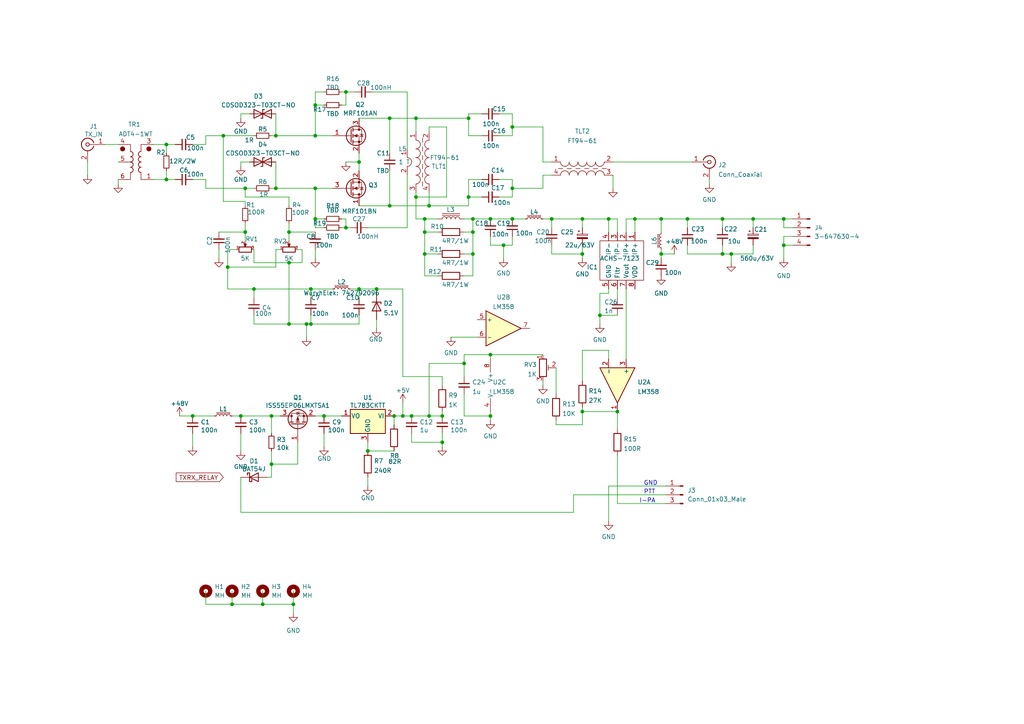
<source format=kicad_sch>
(kicad_sch (version 20231120) (generator "eeschema") (generator_version "8.0")
  (paper "A4")
  (title_block (title "MUNIN 100 HF PA") (date "2022-01-26") (rev "0") (company "LA2NI") (comment 1 "Eng:Kjell Karlsen"))
  (junction (at 85.09 175.26))
  (junction (at 184.15 63.5))
  (junction (at 113.03 34.29))
  (junction (at 104.14 83.82))
  (junction (at 91.44 54.61))
  (junction (at 137.16 73.66))
  (junction (at 48.26 41.91))
  (junction (at 142.24 63.5))
  (junction (at 78.74 134.62))
  (junction (at 88.9 93.98))
  (junction (at 168.91 73.66))
  (junction (at 67.31 175.26))
  (junction (at 83.82 93.98))
  (junction (at 113.03 59.69))
  (junction (at 124.46 59.69))
  (junction (at 148.59 63.5))
  (junction (at 83.82 76.2))
  (junction (at 218.44 63.5))
  (junction (at 137.16 67.31))
  (junction (at 83.82 67.31))
  (junction (at 168.91 119.38))
  (junction (at 78.74 120.65))
  (junction (at 128.27 128.27))
  (junction (at 199.39 63.5))
  (junction (at 91.44 30.48))
  (junction (at 76.2 175.26))
  (junction (at 100.33 26.67))
  (junction (at 123.19 67.31))
  (junction (at 48.26 52.07))
  (junction (at 91.44 39.37))
  (junction (at 124.46 120.65))
  (junction (at 90.17 83.82))
  (junction (at 148.59 54.61))
  (junction (at 212.09 73.66))
  (junction (at 134.62 105.41))
  (junction (at 120.65 57.15))
  (junction (at 100.33 66.04))
  (junction (at 69.85 120.65))
  (junction (at 160.02 63.5))
  (junction (at 120.65 34.29))
  (junction (at 119.38 120.65))
  (junction (at 209.55 73.66))
  (junction (at 227.33 71.12))
  (junction (at 227.33 63.5))
  (junction (at 142.24 120.65))
  (junction (at 73.66 83.82))
  (junction (at 71.12 54.61))
  (junction (at 80.01 39.37))
  (junction (at 66.04 77.47))
  (junction (at 114.3 120.65))
  (junction (at 123.19 73.66))
  (junction (at 123.19 63.5))
  (junction (at 173.99 91.44))
  (junction (at 168.91 63.5))
  (junction (at 104.14 46.99))
  (junction (at 106.68 130.81))
  (junction (at 137.16 63.5))
  (junction (at 93.98 120.65))
  (junction (at 55.88 120.65))
  (junction (at 148.59 36.83))
  (junction (at 191.77 73.66))
  (junction (at 90.17 93.98))
  (junction (at 135.89 57.15))
  (junction (at 64.77 39.37))
  (junction (at 179.07 119.38))
  (junction (at 209.55 63.5))
  (junction (at 176.53 63.5))
  (junction (at 91.44 63.5))
  (junction (at 80.01 54.61))
  (junction (at 135.89 34.29))
  (junction (at 128.27 120.65))
  (junction (at 109.22 83.82))
  (junction (at 191.77 63.5))
  (junction (at 142.24 102.87))
  (junction (at 146.05 71.12))
  (junction (at 71.12 67.31))
  (junction (at 116.84 120.65))
  (wire (pts (xy 119.38 125.73) (xy 119.38 128.27)))
  (wire (pts (xy 128.27 111.76) (xy 128.27 109.22)))
  (wire (pts (xy 48.26 41.91) (xy 48.26 44.45)))
  (wire (pts (xy 25.4 46.99) (xy 25.4 50.8)))
  (wire (pts (xy 80.01 77.47) (xy 80.01 72.39)))
  (wire (pts (xy 59.69 175.26) (xy 67.31 175.26)))
  (wire (pts (xy 160.02 66.04) (xy 160.02 63.5)))
  (wire (pts (xy 139.7 57.15) (xy 135.89 57.15)))
  (wire (pts (xy 78.74 120.65) (xy 81.28 120.65)))
  (wire (pts (xy 91.44 72.39) (xy 91.44 74.93)))
  (wire (pts (xy 124.46 120.65) (xy 124.46 105.41)))
  (wire (pts (xy 229.87 68.58) (xy 227.33 68.58)))
  (wire (pts (xy 124.46 38.1) (xy 124.46 36.83)))
  (wire (pts (xy 48.26 49.53) (xy 48.26 52.07)))
  (wire (pts (xy 85.09 175.26) (xy 85.09 177.8)))
  (wire (pts (xy 148.59 54.61) (xy 148.59 57.15)))
  (wire (pts (xy 179.07 119.38) (xy 179.07 124.46)))
  (wire (pts (xy 71.12 59.69) (xy 71.12 58.42)))
  (wire (pts (xy 209.55 63.5) (xy 218.44 63.5)))
  (wire (pts (xy 161.29 106.68) (xy 161.29 114.3)))
  (wire (pts (xy 157.48 63.5) (xy 160.02 63.5)))
  (wire (pts (xy 218.44 73.66) (xy 218.44 71.12)))
  (wire (pts (xy 85.09 171.45) (xy 85.09 175.26)))
  (wire (pts (xy 104.14 44.45) (xy 104.14 46.99)))
  (wire (pts (xy 99.06 30.48) (xy 100.33 30.48)))
  (wire (pts (xy 59.69 41.91) (xy 59.69 39.37)))
  (wire (pts (xy 137.16 73.66) (xy 137.16 80.01)))
  (wire (pts (xy 120.65 57.15) (xy 129.54 57.15)))
  (wire (pts (xy 69.85 33.02) (xy 72.39 33.02)))
  (wire (pts (xy 173.99 91.44) (xy 179.07 91.44)))
  (wire (pts (xy 90.17 83.82) (xy 96.52 83.82)))
  (wire (pts (xy 191.77 73.66) (xy 195.58 73.66)))
  (wire (pts (xy 80.01 72.39) (xy 81.28 72.39)))
  (wire (pts (xy 91.44 30.48) (xy 91.44 39.37)))
  (wire (pts (xy 212.09 73.66) (xy 218.44 73.66)))
  (wire (pts (xy 176.53 63.5) (xy 179.07 63.5)))
  (wire (pts (xy 142.24 119.38) (xy 142.24 120.65)))
  (wire (pts (xy 91.44 39.37) (xy 96.52 39.37)))
  (wire (pts (xy 67.31 171.45) (xy 67.31 175.26)))
  (wire (pts (xy 160.02 71.12) (xy 160.02 73.66)))
  (wire (pts (xy 157.48 102.87) (xy 142.24 102.87)))
  (wire (pts (xy 55.88 120.65) (xy 62.23 120.65)))
  (wire (pts (xy 91.44 54.61) (xy 91.44 63.5)))
  (wire (pts (xy 177.8 46.99) (xy 200.66 46.99)))
  (wire (pts (xy 80.01 54.61) (xy 91.44 54.61)))
  (wire (pts (xy 123.19 63.5) (xy 123.19 67.31)))
  (wire (pts (xy 184.15 63.5) (xy 191.77 63.5)))
  (wire (pts (xy 59.69 52.07) (xy 59.69 54.61)))
  (wire (pts (xy 134.62 114.3) (xy 134.62 120.65)))
  (wire (pts (xy 55.88 125.73) (xy 55.88 129.54)))
  (wire (pts (xy 116.84 109.22) (xy 116.84 83.82)))
  (wire (pts (xy 209.55 73.66) (xy 212.09 73.66)))
  (wire (pts (xy 59.69 171.45) (xy 59.69 175.26)))
  (wire (pts (xy 106.68 138.43) (xy 106.68 140.97)))
  (wire (pts (xy 114.3 120.65) (xy 116.84 120.65)))
  (wire (pts (xy 88.9 93.98) (xy 88.9 97.79)))
  (wire (pts (xy 91.44 63.5) (xy 93.98 63.5)))
  (wire (pts (xy 134.62 67.31) (xy 137.16 67.31)))
  (wire (pts (xy 86.36 72.39) (xy 87.63 72.39)))
  (wire (pts (xy 123.19 67.31) (xy 123.19 73.66)))
  (wire (pts (xy 73.66 83.82) (xy 90.17 83.82)))
  (wire (pts (xy 86.36 128.27) (xy 86.36 134.62)))
  (wire (pts (xy 128.27 125.73) (xy 128.27 128.27)))
  (wire (pts (xy 120.65 34.29) (xy 120.65 38.1)))
  (wire (pts (xy 137.16 63.5) (xy 137.16 67.31)))
  (wire (pts (xy 104.14 83.82) (xy 101.6 83.82)))
  (wire (pts (xy 69.85 138.43) (xy 69.85 148.59)))
  (wire (pts (xy 120.65 63.5) (xy 123.19 63.5)))
  (wire (pts (xy 104.14 91.44) (xy 104.14 93.98)))
  (wire (pts (xy 160.02 46.99) (xy 157.48 46.99)))
  (wire (pts (xy 119.38 128.27) (xy 128.27 128.27)))
  (wire (pts (xy 144.78 52.07) (xy 148.59 52.07)))
  (wire (pts (xy 161.29 121.92) (xy 161.29 123.19)))
  (wire (pts (xy 129.54 36.83) (xy 129.54 57.15)))
  (wire (pts (xy 148.59 54.61) (xy 157.48 54.61)))
  (wire (pts (xy 134.62 102.87) (xy 142.24 102.87)))
  (wire (pts (xy 179.07 146.05) (xy 193.04 146.05)))
  (wire (pts (xy 109.22 85.09) (xy 109.22 83.82)))
  (wire (pts (xy 93.98 66.04) (xy 91.44 66.04)))
  (wire (pts (xy 83.82 67.31) (xy 83.82 69.85)))
  (wire (pts (xy 212.09 73.66) (xy 212.09 76.2)))
  (wire (pts (xy 104.14 46.99) (xy 104.14 49.53)))
  (wire (pts (xy 176.53 101.6) (xy 176.53 104.14)))
  (wire (pts (xy 229.87 66.04) (xy 227.33 66.04)))
  (wire (pts (xy 142.24 68.58) (xy 142.24 71.12)))
  (wire (pts (xy 124.46 55.88) (xy 124.46 59.69)))
  (wire (pts (xy 184.15 63.5) (xy 184.15 67.31)))
  (wire (pts (xy 176.53 63.5) (xy 176.53 67.31)))
  (wire (pts (xy 127 80.01) (xy 123.19 80.01)))
  (wire (pts (xy 199.39 63.5) (xy 209.55 63.5)))
  (wire (pts (xy 71.12 67.31) (xy 71.12 69.85)))
  (wire (pts (xy 113.03 59.69) (xy 124.46 59.69)))
  (wire (pts (xy 100.33 26.67) (xy 102.87 26.67)))
  (wire (pts (xy 109.22 83.82) (xy 116.84 83.82)))
  (wire (pts (xy 71.12 54.61) (xy 71.12 57.15)))
  (wire (pts (xy 78.74 138.43) (xy 77.47 138.43)))
  (wire (pts (xy 179.07 83.82) (xy 179.07 86.36)))
  (wire (pts (xy 100.33 46.99) (xy 104.14 46.99)))
  (wire (pts (xy 66.04 72.39) (xy 66.04 77.47)))
  (wire (pts (xy 134.62 109.22) (xy 134.62 105.41)))
  (wire (pts (xy 100.33 66.04) (xy 101.6 66.04)))
  (wire (pts (xy 106.68 128.27) (xy 106.68 130.81)))
  (wire (pts (xy 91.44 63.5) (xy 91.44 66.04)))
  (wire (pts (xy 134.62 73.66) (xy 137.16 73.66)))
  (wire (pts (xy 83.82 67.31) (xy 91.44 67.31)))
  (wire (pts (xy 80.01 46.99) (xy 80.01 54.61)))
  (wire (pts (xy 69.85 125.73) (xy 69.85 130.81)))
  (wire (pts (xy 73.66 93.98) (xy 83.82 93.98)))
  (wire (pts (xy 55.88 52.07) (xy 59.69 52.07)))
  (wire (pts (xy 173.99 85.09) (xy 176.53 85.09)))
  (wire (pts (xy 179.07 132.08) (xy 179.07 146.05)))
  (wire (pts (xy 48.26 52.07) (xy 50.8 52.07)))
  (wire (pts (xy 73.66 83.82) (xy 73.66 86.36)))
  (wire (pts (xy 78.74 54.61) (xy 80.01 54.61)))
  (wire (pts (xy 66.04 77.47) (xy 66.04 83.82)))
  (wire (pts (xy 146.05 71.12) (xy 148.59 71.12)))
  (wire (pts (xy 78.74 120.65) (xy 78.74 125.73)))
  (wire (pts (xy 157.48 46.99) (xy 157.48 36.83)))
  (wire (pts (xy 168.91 119.38) (xy 168.91 118.11)))
  (wire (pts (xy 168.91 119.38) (xy 168.91 123.19)))
  (wire (pts (xy 52.07 120.65) (xy 55.88 120.65)))
  (wire (pts (xy 209.55 71.12) (xy 209.55 73.66)))
  (wire (pts (xy 148.59 52.07) (xy 148.59 54.61)))
  (wire (pts (xy 135.89 33.02) (xy 139.7 33.02)))
  (wire (pts (xy 63.5 67.31) (xy 71.12 67.31)))
  (wire (pts (xy 176.53 151.13) (xy 176.53 140.97)))
  (wire (pts (xy 168.91 71.12) (xy 168.91 73.66)))
  (wire (pts (xy 91.44 30.48) (xy 93.98 30.48)))
  (wire (pts (xy 120.65 57.15) (xy 120.65 63.5)))
  (wire (pts (xy 78.74 130.81) (xy 78.74 134.62)))
  (wire (pts (xy 99.06 26.67) (xy 100.33 26.67)))
  (wire (pts (xy 227.33 63.5) (xy 227.33 66.04)))
  (wire (pts (xy 205.74 52.07) (xy 205.74 53.34)))
  (wire (pts (xy 130.81 97.79) (xy 138.43 97.79)))
  (wire (pts (xy 69.85 34.29) (xy 69.85 33.02)))
  (wire (pts (xy 123.19 73.66) (xy 127 73.66)))
  (wire (pts (xy 137.16 67.31) (xy 137.16 73.66)))
  (wire (pts (xy 91.44 26.67) (xy 91.44 30.48)))
  (wire (pts (xy 191.77 63.5) (xy 199.39 63.5)))
  (wire (pts (xy 99.06 63.5) (xy 100.33 63.5)))
  (wire (pts (xy 191.77 72.39) (xy 191.77 73.66)))
  (wire (pts (xy 83.82 76.2) (xy 87.63 76.2)))
  (wire (pts (xy 90.17 91.44) (xy 90.17 93.98)))
  (wire (pts (xy 91.44 120.65) (xy 93.98 120.65)))
  (wire (pts (xy 127 63.5) (xy 123.19 63.5)))
  (wire (pts (xy 119.38 120.65) (xy 124.46 120.65)))
  (wire (pts (xy 142.24 63.5) (xy 148.59 63.5)))
  (wire (pts (xy 116.84 116.84) (xy 116.84 120.65)))
  (wire (pts (xy 135.89 57.15) (xy 135.89 59.69)))
  (wire (pts (xy 135.89 34.29) (xy 135.89 33.02)))
  (wire (pts (xy 116.84 120.65) (xy 119.38 120.65)))
  (wire (pts (xy 30.48 41.91) (xy 34.29 41.91)))
  (wire (pts (xy 71.12 54.61) (xy 73.66 54.61)))
  (wire (pts (xy 76.2 171.45) (xy 76.2 175.26)))
  (wire (pts (xy 168.91 73.66) (xy 168.91 74.93)))
  (wire (pts (xy 142.24 102.87) (xy 142.24 104.14)))
  (wire (pts (xy 181.61 83.82) (xy 181.61 104.14)))
  (wire (pts (xy 107.95 26.67) (xy 118.11 26.67)))
  (wire (pts (xy 124.46 120.65) (xy 128.27 120.65)))
  (wire (pts (xy 157.48 50.8) (xy 157.48 54.61)))
  (wire (pts (xy 64.77 39.37) (xy 73.66 39.37)))
  (wire (pts (xy 69.85 48.26) (xy 69.85 46.99)))
  (wire (pts (xy 148.59 36.83) (xy 148.59 39.37)))
  (wire (pts (xy 173.99 91.44) (xy 173.99 85.09)))
  (wire (pts (xy 100.33 63.5) (xy 100.33 66.04)))
  (wire (pts (xy 78.74 134.62) (xy 86.36 134.62)))
  (wire (pts (xy 73.66 83.82) (xy 66.04 83.82)))
  (wire (pts (xy 69.85 46.99) (xy 72.39 46.99)))
  (wire (pts (xy 148.59 63.5) (xy 152.4 63.5)))
  (wire (pts (xy 209.55 66.04) (xy 209.55 63.5)))
  (wire (pts (xy 135.89 57.15) (xy 135.89 52.07)))
  (wire (pts (xy 227.33 71.12) (xy 229.87 71.12)))
  (wire (pts (xy 78.74 39.37) (xy 80.01 39.37)))
  (wire (pts (xy 148.59 36.83) (xy 157.48 36.83)))
  (wire (pts (xy 80.01 33.02) (xy 80.01 39.37)))
  (wire (pts (xy 146.05 74.93) (xy 146.05 71.12)))
  (wire (pts (xy 124.46 36.83) (xy 129.54 36.83)))
  (wire (pts (xy 135.89 52.07) (xy 139.7 52.07)))
  (wire (pts (xy 99.06 66.04) (xy 100.33 66.04)))
  (wire (pts (xy 168.91 110.49) (xy 168.91 101.6)))
  (wire (pts (xy 191.77 73.66) (xy 191.77 74.93)))
  (wire (pts (xy 93.98 26.67) (xy 91.44 26.67)))
  (wire (pts (xy 218.44 63.5) (xy 218.44 66.04)))
  (wire (pts (xy 166.37 148.59) (xy 166.37 143.51)))
  (wire (pts (xy 67.31 175.26) (xy 76.2 175.26)))
  (wire (pts (xy 148.59 33.02) (xy 148.59 36.83)))
  (wire (pts (xy 104.14 83.82) (xy 109.22 83.82)))
  (wire (pts (xy 71.12 64.77) (xy 71.12 67.31)))
  (wire (pts (xy 114.3 120.65) (xy 114.3 123.19)))
  (wire (pts (xy 144.78 39.37) (xy 148.59 39.37)))
  (wire (pts (xy 83.82 93.98) (xy 88.9 93.98)))
  (wire (pts (xy 199.39 71.12) (xy 199.39 73.66)))
  (wire (pts (xy 124.46 105.41) (xy 134.62 105.41)))
  (wire (pts (xy 83.82 57.15) (xy 71.12 57.15)))
  (wire (pts (xy 100.33 30.48) (xy 100.33 26.67)))
  (wire (pts (xy 44.45 52.07) (xy 48.26 52.07)))
  (wire (pts (xy 116.84 109.22) (xy 128.27 109.22)))
  (wire (pts (xy 118.11 50.8) (xy 118.11 66.04)))
  (wire (pts (xy 104.14 59.69) (xy 113.03 59.69)))
  (wire (pts (xy 83.82 59.69) (xy 83.82 57.15)))
  (wire (pts (xy 104.14 93.98) (xy 90.17 93.98)))
  (wire (pts (xy 199.39 73.66) (xy 209.55 73.66)))
  (wire (pts (xy 59.69 39.37) (xy 64.77 39.37)))
  (wire (pts (xy 73.66 72.39) (xy 73.66 76.2)))
  (wire (pts (xy 227.33 63.5) (xy 229.87 63.5)))
  (wire (pts (xy 69.85 120.65) (xy 78.74 120.65)))
  (wire (pts (xy 73.66 76.2) (xy 83.82 76.2)))
  (wire (pts (xy 139.7 39.37) (xy 135.89 39.37)))
  (wire (pts (xy 118.11 26.67) (xy 118.11 43.18)))
  (wire (pts (xy 191.77 63.5) (xy 191.77 67.31)))
  (wire (pts (xy 73.66 93.98) (xy 73.66 91.44)))
  (wire (pts (xy 227.33 68.58) (xy 227.33 71.12)))
  (wire (pts (xy 113.03 49.53) (xy 113.03 59.69)))
  (wire (pts (xy 173.99 93.98) (xy 173.99 91.44)))
  (wire (pts (xy 55.88 41.91) (xy 59.69 41.91)))
  (wire (pts (xy 142.24 71.12) (xy 146.05 71.12)))
  (wire (pts (xy 179.07 63.5) (xy 179.07 67.31)))
  (wire (pts (xy 148.59 68.58) (xy 148.59 71.12)))
  (wire (pts (xy 44.45 41.91) (xy 48.26 41.91)))
  (wire (pts (xy 109.22 92.71) (xy 109.22 95.25)))
  (wire (pts (xy 166.37 143.51) (xy 193.04 143.51)))
  (wire (pts (xy 80.01 39.37) (xy 91.44 39.37)))
  (wire (pts (xy 142.24 120.65) (xy 142.24 121.92)))
  (wire (pts (xy 67.31 120.65) (xy 69.85 120.65)))
  (wire (pts (xy 120.65 55.88) (xy 120.65 57.15)))
  (wire (pts (xy 123.19 67.31) (xy 127 67.31)))
  (wire (pts (xy 66.04 72.39) (xy 68.58 72.39)))
  (wire (pts (xy 106.68 66.04) (xy 118.11 66.04)))
  (wire (pts (xy 128.27 119.38) (xy 128.27 120.65)))
  (wire (pts (xy 83.82 64.77) (xy 83.82 67.31)))
  (wire (pts (xy 176.53 140.97) (xy 193.04 140.97)))
  (wire (pts (xy 134.62 105.41) (xy 134.62 102.87)))
  (wire (pts (xy 93.98 125.73) (xy 93.98 129.54)))
  (wire (pts (xy 181.61 67.31) (xy 181.61 63.5)))
  (wire (pts (xy 71.12 58.42) (xy 64.77 58.42)))
  (wire (pts (xy 78.74 134.62) (xy 78.74 138.43)))
  (wire (pts (xy 168.91 101.6) (xy 176.53 101.6)))
  (wire (pts (xy 124.46 59.69) (xy 135.89 59.69)))
  (wire (pts (xy 179.07 119.38) (xy 168.91 119.38)))
  (wire (pts (xy 177.8 50.8) (xy 177.8 54.61)))
  (wire (pts (xy 69.85 148.59) (xy 166.37 148.59)))
  (wire (pts (xy 104.14 34.29) (xy 113.03 34.29)))
  (wire (pts (xy 144.78 33.02) (xy 148.59 33.02)))
  (wire (pts (xy 93.98 120.65) (xy 99.06 120.65)))
  (wire (pts (xy 48.26 41.91) (xy 50.8 41.91)))
  (wire (pts (xy 176.53 85.09) (xy 176.53 83.82)))
  (wire (pts (xy 218.44 63.5) (xy 227.33 63.5)))
  (wire (pts (xy 34.29 52.07) (xy 34.29 53.34)))
  (wire (pts (xy 160.02 63.5) (xy 168.91 63.5)))
  (wire (pts (xy 106.68 130.81) (xy 114.3 130.81)))
  (wire (pts (xy 134.62 120.65) (xy 142.24 120.65)))
  (wire (pts (xy 160.02 50.8) (xy 157.48 50.8)))
  (wire (pts (xy 168.91 66.04) (xy 168.91 63.5)))
  (wire (pts (xy 144.78 57.15) (xy 148.59 57.15)))
  (wire (pts (xy 76.2 175.26) (xy 85.09 175.26)))
  (wire (pts (xy 90.17 93.98) (xy 88.9 93.98)))
  (wire (pts (xy 168.91 63.5) (xy 176.53 63.5)))
  (wire (pts (xy 87.63 76.2) (xy 87.63 72.39)))
  (wire (pts (xy 160.02 73.66) (xy 168.91 73.66)))
  (wire (pts (xy 63.5 72.39) (xy 63.5 74.93)))
  (wire (pts (xy 199.39 63.5) (xy 199.39 66.04)))
  (wire (pts (xy 135.89 39.37) (xy 135.89 34.29)))
  (wire (pts (xy 120.65 34.29) (xy 135.89 34.29)))
  (wire (pts (xy 123.19 73.66) (xy 123.19 80.01)))
  (wire (pts (xy 91.44 54.61) (xy 96.52 54.61)))
  (wire (pts (xy 137.16 63.5) (xy 142.24 63.5)))
  (wire (pts (xy 161.29 123.19) (xy 168.91 123.19)))
  (wire (pts (xy 64.77 39.37) (xy 64.77 58.42)))
  (wire (pts (xy 181.61 63.5) (xy 184.15 63.5)))
  (wire (pts (xy 59.69 54.61) (xy 71.12 54.61)))
  (wire (pts (xy 104.14 83.82) (xy 104.14 86.36)))
  (wire (pts (xy 134.62 80.01) (xy 137.16 80.01)))
  (wire (pts (xy 83.82 76.2) (xy 83.82 93.98)))
  (wire (pts (xy 113.03 34.29) (xy 113.03 44.45)))
  (wire (pts (xy 113.03 34.29) (xy 120.65 34.29)))
  (wire (pts (xy 90.17 83.82) (xy 90.17 86.36)))
  (wire (pts (xy 157.48 110.49) (xy 157.48 111.76)))
  (wire (pts (xy 227.33 71.12) (xy 227.33 74.93)))
  (wire (pts (xy 66.04 77.47) (xy 80.01 77.47)))
  (wire (pts (xy 128.27 128.27) (xy 128.27 129.54)))
  (wire (pts (xy 134.62 63.5) (xy 137.16 63.5)))
  (text "GND" (at 186.69 140.97 0) (effects (font (size 1.27 1.27)) (justify left bottom)))
  (text "PTT" (at 186.69 143.51 0) (effects (font (size 1.27 1.27)) (justify left bottom)))
  (text "I-PA" (at 185.42 146.05 0) (effects (font (size 1.27 1.27)) (justify left bottom)))
  (global_label "TXRX_RELAY" (shape input) (at 64.77 138.43 180) (property "Intersheetrefs" "${INTERSHEET_REFS}" (effects (hide yes))))
  (symbol (lib_id "KjellKarlsen:R_Small") (at 76.2 39.37 90) (unit 1)
    (property "Reference" "R5" (at 76.2 37.499 90))
    (property "Value" "1R" (at 73.66 40.64 90) (effects (justify left)))
    (property "Footprint" "Resistor_SMD:R_0805_2012Metric_Pad1.20x1.40mm_HandSolder" (effects (hide yes)))
  )
  (symbol (lib_id "Device:R_Small") (at 96.52 66.04 90) (unit 1)
    (property "Reference" "R19" (at 92.71 64.77 90))
    (property "Value" "TBD" (at 96.52 68.58 90))
    (property "Footprint" "Resistor_SMD:R_1206_3216Metric" (effects (hide yes)))
  )
  (symbol (lib_id "power:GND") (at 34.29 53.34 0) (unit 1)
    (property "Reference" "#PWR02" (effects (hide yes)))
    (property "Value" "GND" (effects (hide yes)))
  )
  (symbol (lib_id "Device:R_Small") (at 96.52 63.5 90) (unit 1)
    (property "Reference" "R18" (at 96.52 59.69 90))
    (property "Value" "TBD" (at 96.52 60.96 90))
    (property "Footprint" "Resistor_SMD:R_1206_3216Metric" (effects (hide yes)))
  )
  (symbol (lib_id "Device:C_Small") (at 93.98 123.19 0) (unit 1)
    (property "Reference" "C9" (at 96.3042 122.4291 0) (effects (justify left)))
    (property "Value" "100n" (at 95.0342 124.7278 0) (effects (justify left)))
    (property "Footprint" "Capacitor_SMD:C_0805_2012Metric_Pad1.18x1.45mm_HandSolder" (effects (hide yes)))
  )
  (symbol (lib_id "Connector:Conn_Coaxial") (at 25.4 41.91 0) (mirror y) (unit 1)
    (property "Reference" "J1" (at 27.178 36.6734 0))
    (property "Value" "TX_IN" (at 27.178 38.9721 0))
    (property "Footprint" "Connector_Coaxial:SMA_Amphenol_132291_Vertical" (effects (hide yes)))
    (property "Datasheet" " ~" (effects (hide yes)))
  )
  (symbol (lib_id "KjellKarlsen:R_Small") (at 76.2 54.61 90) (unit 1)
    (property "Reference" "R6" (at 76.2 52.739 90))
    (property "Value" "1R" (at 77.851 56.388 90) (effects (justify left)))
    (property "Footprint" "Resistor_SMD:R_0805_2012Metric_Pad1.20x1.40mm_HandSolder" (effects (hide yes)))
  )
  (symbol (lib_id "Device:R_Small") (at 96.52 30.48 90) (unit 1)
    (property "Reference" "R17" (at 92.71 31.75 90))
    (property "Value" "TBD" (at 96.52 33.02 90))
    (property "Footprint" "Resistor_SMD:R_1206_3216Metric" (effects (hide yes)))
  )
  (symbol (lib_id "power:GND") (at 130.81 97.79 0) (unit 1)
    (property "Reference" "#PWR0102" (effects (hide yes)))
    (property "Value" "GND" (at 130.81 102.3525 0))
  )
  (symbol (lib_id "KjellKarlsen:C_Small") (at 148.59 66.04 180) (unit 1)
    (property "Reference" "C19" (at 146.05 64.77 0))
    (property "Value" "100n" (at 154.59 67.64 0) (effects (justify left)))
    (property "Footprint" "Capacitor_SMD:C_0805_2012Metric_Pad1.18x1.45mm_HandSolder" (effects (hide yes)))
  )
  (symbol (lib_id "Device:R_POT_TRIM") (at 157.48 106.68 0) (unit 1)
    (property "Reference" "RV3" (at 155.7021 105.7715 0) (effects (justify right)))
    (property "Value" "1K" (at 155.7021 108.5466 0) (effects (justify right)))
    (property "Footprint" "Potentiometer_SMD:Potentiometer_Bourns_3214G_Horizontal" (effects (hide yes)))
  )
  (symbol (lib_id "KjellKarlsen:R_POT_Small") (at 83.82 72.39 90) (unit 1)
    (property "Reference" "RV2" (at 81.28 69.9834 90))
    (property "Value" "5K" (at 83.82 74.93 90))
    (property "Footprint" "Potentiometer_SMD:Potentiometer_Bourns_3214G_Horizontal" (effects (hide yes)))
  )
  (symbol (lib_id "power:GND") (at 69.85 48.26 0) (unit 1)
    (property "Reference" "#PWR020" (effects (hide yes)))
    (property "Value" "GND" (at 69.85 52.07 0))
  )
  (symbol (lib_id "Device:R") (at 114.3 127 0) (unit 1)
    (property "Reference" "R8" (at 113.0781 132.1915 0) (effects (justify left)))
    (property "Value" "82R" (at 112.5781 133.8666 0) (effects (justify left)))
    (property "Footprint" "Resistor_SMD:R_0805_2012Metric_Pad1.20x1.40mm_HandSolder" (effects (hide yes)))
  )
  (symbol (lib_id "power:GND") (at 109.22 95.25 0) (unit 1)
    (property "Reference" "#PWR012" (effects (hide yes)))
    (property "Value" "GND" (at 109.02 98.4126 0))
  )
  (symbol (lib_id "Transformer:ADT4-1WT") (at 39.37 46.99 0) (mirror y) (unit 1)
    (property "Reference" "TR1" (at 38.97 36.0894 0))
    (property "Value" "ADT4-1WT" (at 39.37 38.8645 0))
    (property "Footprint" "RF_Mini-Circuits:Mini-Circuits_CD542_H2.84mm" (effects (hide yes)))
    (property "Datasheet" "https://www.minicircuits.com/pdfs/ADT4-1WT+.pdf" (effects (hide yes)))
  )
  (symbol (lib_id "power:GND") (at 63.5 74.93 0) (unit 1)
    (property "Reference" "#PWR04" (effects (hide yes)))
    (property "Value" "GND" (effects (hide yes)))
  )
  (symbol (lib_id "Device:R_Small") (at 78.74 128.27 0) (unit 1)
    (property "Reference" "R3" (at 80.2387 127.5091 0) (effects (justify left)))
    (property "Value" "10k" (at 80.2387 129.8078 0) (effects (justify left)))
    (property "Footprint" "Resistor_SMD:R_0805_2012Metric_Pad1.20x1.40mm_HandSolder" (effects (hide yes)))
  )
  (symbol (lib_id "Device:R") (at 179.07 128.27 0) (unit 1)
    (property "Reference" "R15" (at 180.848 127.3615 0) (effects (justify left)))
    (property "Value" "100R" (at 180.848 130.1366 0) (effects (justify left)))
    (property "Footprint" "Resistor_SMD:R_0805_2012Metric_Pad1.20x1.40mm_HandSolder" (effects (hide yes)))
  )
  (symbol (lib_id "power:GND") (at 25.4 50.8 0) (unit 1)
    (property "Reference" "#PWR01" (effects (hide yes)))
    (property "Value" "GND" (effects (hide yes)))
  )
  (symbol (lib_id "power:GND") (at 128.27 129.54 0) (unit 1)
    (property "Reference" "#PWR013" (effects (hide yes)))
    (property "Value" "GND" (effects (hide yes)))
  )
  (symbol (lib_id "Device:L_Core_Ferrite_Small") (at 154.94 63.5 90) (unit 1)
    (property "Reference" "L4" (at 154.94 61.4766 90))
    (property "Value" "HI1806T600R-10" (effects (hide yes)))
    (property "Footprint" "Inductor_SMD:L_1812_4532Metric" (effects (hide yes)))
  )
  (symbol (lib_id "KjellKarlsen:C_Small") (at 142.24 57.15 90) (unit 1)
    (property "Reference" "C17" (at 144.365 54.4985 90))
    (property "Value" "100n" (at 148.082 58.801 90) (effects (justify left)))
    (property "Footprint" "Capacitor_SMD:C_1210_3225Metric_Pad1.33x2.70mm_HandSolder" (effects (hide yes)))
  )
  (symbol (lib_id "Device:R") (at 168.91 114.3 0) (unit 1)
    (property "Reference" "R14" (at 170.688 113.3915 0) (effects (justify left)))
    (property "Value" "27K" (at 170.688 116.1666 0) (effects (justify left)))
    (property "Footprint" "Resistor_SMD:R_0805_2012Metric_Pad1.20x1.40mm_HandSolder" (effects (hide yes)))
  )
  (symbol (lib_id "Mechanical:MountingHole") (at 85.09 171.45 0) (unit 1)
    (property "Reference" "H4" (at 87.63 170.1799 0) (effects (justify left)))
    (property "Value" "MH" (at 87.63 172.7199 0) (effects (justify left)))
    (property "Footprint" "MountingHole:MountingHole_3.2mm_M3" (effects (hide yes)))
  )
  (symbol (lib_id "Device:D_TVS") (at 76.2 33.02 0) (unit 1)
    (property "Reference" "D3" (at 74.93 27.94 0))
    (property "Value" "CDSOD323-T03CT-NO" (at 74.93 30.48 0))
    (property "Footprint" "Diode_SMD:D_0805_2012Metric" (effects (hide yes)))
  )
  (symbol (lib_id "Mechanical:MountingHole") (at 76.2 171.45 0) (unit 1)
    (property "Reference" "H3" (at 78.74 170.1799 0) (effects (justify left)))
    (property "Value" "MH" (at 78.74 172.7199 0) (effects (justify left)))
    (property "Footprint" "MountingHole:MountingHole_3.2mm_M3" (effects (hide yes)))
  )
  (symbol (lib_id "Device:L_Core_Ferrite_Small") (at 99.06 83.82 90) (unit 1)
    (property "Reference" "L2" (at 99.06 81.7966 90))
    (property "Value" "WuryhElek: 742792096" (at 99.06 84.9715 90))
    (property "Footprint" "Inductor_SMD:L_0805_2012Metric_Pad1.05x1.20mm_HandSolder" (effects (hide yes)))
  )
  (symbol (lib_id "power:GND") (at 157.48 111.76 0) (unit 1)
    (property "Reference" "#PWR0105" (effects (hide yes)))
    (property "Value" "GND" (at 157.48 116.3225 0))
  )
  (symbol (lib_id "power:+48V") (at 52.07 120.65 0) (unit 1)
    (property "Reference" "#PWR0108" (effects (hide yes)))
    (property "Value" "+48V" (at 52.07 117.0455 0))
  )
  (symbol (lib_id "Device:R") (at 106.68 134.62 0) (unit 1)
    (property "Reference" "R7" (at 108.4581 133.7115 0) (effects (justify left)))
    (property "Value" "240R" (at 108.4581 136.4866 0) (effects (justify left)))
    (property "Footprint" "Resistor_SMD:R_0805_2012Metric_Pad1.20x1.40mm_HandSolder" (effects (hide yes)))
  )
  (symbol (lib_id "Device:C_Small") (at 104.14 66.04 90) (unit 1)
    (property "Reference" "C27" (at 104.14 63.5 90))
    (property "Value" "100nH" (at 106.68 68.58 90))
    (property "Footprint" "Capacitor_SMD:C_0805_2012Metric" (effects (hide yes)))
  )
  (symbol (lib_id "Device:R") (at 128.27 115.57 0) (unit 1)
    (property "Reference" "R9" (at 130.0481 114.6615 0) (effects (justify left)))
    (property "Value" "1K" (at 130.0481 117.4366 0) (effects (justify left)))
    (property "Footprint" "Resistor_SMD:R_0805_2012Metric_Pad1.20x1.40mm_HandSolder" (effects (hide yes)))
  )
  (symbol (lib_id "KjellKarlsen:R_Small") (at 83.82 62.23 0) (unit 1)
    (property "Reference" "R4" (at 84.6837 59.4435 0) (effects (justify left)))
    (property "Value" "100R" (at 84.582 61.646 0) (effects (justify left)))
    (property "Footprint" "Resistor_SMD:R_0805_2012Metric_Pad1.20x1.40mm_HandSolder" (effects (hide yes)))
  )
  (symbol (lib_id "KjellKarlsen:C_Small") (at 142.24 52.07 90) (unit 1)
    (property "Reference" "C14" (at 144.365 49.4185 90))
    (property "Value" "100n" (at 141.882 53.521 90) (effects (justify left)))
    (property "Footprint" "Capacitor_SMD:C_1210_3225Metric_Pad1.33x2.70mm_HandSolder" (effects (hide yes)))
  )
  (symbol (lib_id "Device:D_TVS") (at 76.2 46.99 0) (unit 1)
    (property "Reference" "D4" (at 76.2 41.91 0))
    (property "Value" "CDSOD323-T03CT-NO" (at 76.2 44.45 0))
    (property "Footprint" "Diode_SMD:D_0805_2012Metric" (effects (hide yes)))
  )
  (symbol (lib_id "Device:C_Small") (at 69.85 123.19 0) (unit 1)
    (property "Reference" "C3" (at 72.1742 122.4291 0) (effects (justify left)))
    (property "Value" "100n" (at 72.1742 124.7278 0) (effects (justify left)))
    (property "Footprint" "Capacitor_SMD:C_0805_2012Metric_Pad1.18x1.45mm_HandSolder" (effects (hide yes)))
  )
  (symbol (lib_id "Device:R_Small") (at 96.52 26.67 90) (unit 1)
    (property "Reference" "R16" (at 96.52 22.86 90))
    (property "Value" "TBD" (at 96.52 25.4 90))
    (property "Footprint" "Resistor_SMD:R_1206_3216Metric" (effects (hide yes)))
  )
  (symbol (lib_id "Device:D_Zener") (at 109.22 88.9 270) (unit 1)
    (property "Reference" "D2" (at 111.2521 87.9915 90) (effects (justify left)))
    (property "Value" "5.1V" (at 111.2521 90.7666 90) (effects (justify left)))
    (property "Footprint" "Diode_SMD:D_0603_1608Metric" (effects (hide yes)))
  )
  (symbol (lib_id "power:GND") (at 142.24 121.92 0) (unit 1)
    (property "Reference" "#PWR05" (effects (hide yes)))
    (property "Value" "GND" (at 142.24 126.4825 0))
  )
  (symbol (lib_id "Device:L_Core_Ferrite_Small") (at 64.77 120.65 90) (unit 1)
    (property "Reference" "L1" (at 64.77 118.6266 90))
    (property "Value" "742792096" (effects (hide yes)))
    (property "Footprint" "Inductor_SMD:L_0805_2012Metric_Pad1.05x1.20mm_HandSolder" (effects (hide yes)))
  )
  (symbol (lib_id "KjellKarlsen:MRF101AN") (at 101.6 39.37 0) (unit 1)
    (property "Reference" "Q2" (at 103.0225 30.3335 0) (effects (justify left)))
    (property "Value" "MRF101AN" (at 99.4665 32.8546 0) (effects (justify left)))
    (property "Footprint" "LA2NI:TO-220-3_Horizontal_TabDown_SMD" (effects (hide yes)))
    (property "Datasheet" "NXP" (effects (hide yes)))
  )
  (symbol (lib_id "power:GND") (at 85.09 177.8 0) (unit 1)
    (property "Reference" "#PWR021" (effects (hide yes)))
    (property "Value" "GND" (at 85.09 182.88 0))
  )
  (symbol (lib_id "KjellKarlsen:C_Small") (at 191.77 77.47 180) (unit 1)
    (property "Reference" "C29" (at 189.23 76.2 0))
    (property "Value" "100n" (at 197.77 79.07 0) (effects (justify left)))
    (property "Footprint" "Capacitor_SMD:C_0805_2012Metric_Pad1.18x1.45mm_HandSolder" (effects (hide yes)))
  )
  (symbol (lib_id "Device:R") (at 130.81 67.31 90) (unit 1)
    (property "Reference" "R10" (at 126.81 65.71 90))
    (property "Value" "4R7/1W" (at 132.08 69.85 90))
    (property "Footprint" "Resistor_SMD:R_1210_3225Metric" (effects (hide yes)))
  )
  (symbol (lib_id "KjellKarlsen:TLV760-5V") (at 106.68 120.65 0) (mirror y) (unit 1)
    (property "Reference" "U1" (at 106.68 115.3118 0))
    (property "Value" "TL783CKTT" (at 106.68 117.6105 0))
    (property "Footprint" "Package_TO_SOT_SMD:TO-263-3_TabPin2" (effects (hide yes)))
    (property "Datasheet" "http://www.ti.com/lit/ds/symlink/lm1117.pdf" (effects (hide yes)))
  )
  (symbol (lib_id "Device:C_Small") (at 134.62 111.76 0) (unit 1)
    (property "Reference" "C24" (at 136.9441 110.8578 0) (effects (justify left)))
    (property "Value" "1u" (at 136.9441 113.6329 0) (effects (justify left)))
    (property "Footprint" "Capacitor_SMD:C_0805_2012Metric_Pad1.18x1.45mm_HandSolder" (effects (hide yes)))
  )
  (symbol (lib_id "KjellKarlsen:TLT") (at 115.57 46.99 90) (mirror x) (unit 1)
    (property "Reference" "TLT1" (at 129.54 48.26 90) (effects (justify left)))
    (property "Value" "FT94-61" (at 133.35 45.72 90) (effects (justify left)))
    (property "Footprint" "LA2NI:TLT_94_3" (effects (hide yes)))
  )
  (symbol (lib_id "KjellKarlsen:R_POT_Small") (at 71.12 72.39 90) (unit 1)
    (property "Reference" "RV1" (at 73.025 69.3484 90))
    (property "Value" "5K" (at 71.12 74.93 90))
    (property "Footprint" "Potentiometer_SMD:Potentiometer_Bourns_3214G_Horizontal" (effects (hide yes)))
  )
  (symbol (lib_id "Diode:1N5711UR") (at 73.66 138.43 0) (unit 1)
    (property "Reference" "D1" (at 73.66 133.7268 0))
    (property "Value" "BAT54J" (at 73.66 136.0255 0))
    (property "Footprint" "Diode_SMD:D_MELF" (effects (hide yes)))
    (property "Datasheet" "https://www.microsemi.com/document-portal/doc_download/131890-lds-0040-1-datasheet" (effects (hide yes)))
  )
  (symbol (lib_id "power:GND") (at 69.85 34.29 0) (unit 1)
    (property "Reference" "#PWR019" (effects (hide yes)))
    (property "Value" "GND" (at 69.85 38.1 0))
  )
  (symbol (lib_id "Device:C_Small") (at 128.27 123.19 0) (unit 1)
    (property "Reference" "C13" (at 130.5942 122.4291 0) (effects (justify left)))
    (property "Value" "100n" (at 130.5942 124.7278 0) (effects (justify left)))
    (property "Footprint" "Capacitor_SMD:C_0805_2012Metric_Pad1.18x1.45mm_HandSolder" (effects (hide yes)))
  )
  (symbol (lib_id "power:GND") (at 106.68 140.97 0) (unit 1)
    (property "Reference" "#PWR011" (effects (hide yes)))
    (property "Value" "GND" (at 106.68 144.4326 0))
  )
  (symbol (lib_id "power:GND") (at 173.99 93.98 0) (unit 1)
    (property "Reference" "#PWR018" (effects (hide yes)))
    (property "Value" "GND" (at 173.99 98.5425 0))
  )
  (symbol (lib_id "Connector:Conn_01x04_Male") (at 234.95 66.04 0) (mirror y) (unit 1)
    (property "Reference" "J4" (at 236.22 66.0399 0) (effects (justify right)))
    (property "Value" "3-647630-4" (at 236.22 68.5799 0) (effects (justify right)))
    (property "Footprint" "Connector_PinHeader_2.54mm:PinHeader_1x04_P2.54mm_Horizontal" (effects (hide yes)))
  )
  (symbol (lib_id "power:GND") (at 55.88 129.54 0) (unit 1)
    (property "Reference" "#PWR03" (effects (hide yes)))
    (property "Value" "GND" (effects (hide yes)))
  )
  (symbol (lib_id "KjellKarlsen:ACHS-7123") (at 171.45 76.2 90) (unit 1)
    (property "Reference" "IC1" (at 170.18 77.47 90) (effects (justify right)))
    (property "Value" "ACHS-7123" (at 173.99 74.93 90) (effects (justify right)))
    (property "Footprint" "Package_SO:SO-8_5.3x6.2mm_P1.27mm" (effects (hide yes)))
  )
  (symbol (lib_id "Device:C_Small") (at 179.07 88.9 0) (unit 1)
    (property "Reference" "C26" (at 175.26 87.63 0) (effects (justify left)))
    (property "Value" "1n" (at 175.26 90.17 0) (effects (justify left)))
    (property "Footprint" "Capacitor_SMD:C_0805_2012Metric_Pad1.18x1.45mm_HandSolder" (effects (hide yes)))
  )
  (symbol (lib_id "Device:C_Small") (at 119.38 123.19 0) (unit 1)
    (property "Reference" "C12" (at 121.7042 122.4291 0) (effects (justify left)))
    (property "Value" "1u" (at 121.7042 124.7278 0) (effects (justify left)))
    (property "Footprint" "Capacitor_SMD:C_0805_2012Metric_Pad1.18x1.45mm_HandSolder" (effects (hide yes)))
  )
  (symbol (lib_id "Device:L_Core_Ferrite_Small") (at 191.77 69.85 180) (unit 1)
    (property "Reference" "L6" (at 189.7466 69.85 90))
    (property "Value" "L_Core_Ferrite_Small" (effects (hide yes)))
    (property "Footprint" "Inductor_SMD:L_0805_2012Metric_Pad1.05x1.20mm_HandSolder" (effects (hide yes)))
  )
  (symbol (lib_id "KjellKarlsen:R_Small") (at 48.26 46.99 0) (unit 1)
    (property "Reference" "R2" (at 45.3137 44.2035 0) (effects (justify left)))
    (property "Value" "12R/2W" (at 49.022 46.736 0) (effects (justify left)))
    (property "Footprint" "Resistor_SMD:R_2512_6332Metric" (effects (hide yes)))
  )
  (symbol (lib_id "KjellKarlsen:R_Small") (at 71.12 62.23 0) (unit 1)
    (property "Reference" "R1" (at 71.3487 59.4435 0) (effects (justify left)))
    (property "Value" "100R" (at 71.782 61.546 0) (effects (justify left)))
    (property "Footprint" "Resistor_SMD:R_0805_2012Metric_Pad1.20x1.40mm_HandSolder" (effects (hide yes)))
  )
  (symbol (lib_id "Connector:Conn_Coaxial") (at 205.74 46.99 0) (unit 1)
    (property "Reference" "J2" (at 208.2801 47.8468 0) (effects (justify left)))
    (property "Value" "Conn_Coaxial" (at 208.2801 50.6219 0) (effects (justify left)))
    (property "Footprint" "Connector_Coaxial:SMA_Amphenol_132291_Vertical" (effects (hide yes)))
    (property "Datasheet" " ~" (effects (hide yes)))
  )
  (symbol (lib_id "Device:R") (at 161.29 118.11 0) (unit 1)
    (property "Reference" "R13" (at 163.068 117.2015 0) (effects (justify left)))
    (property "Value" "10K" (at 163.068 119.9766 0) (effects (justify left)))
    (property "Footprint" "Resistor_SMD:R_0805_2012Metric_Pad1.20x1.40mm_HandSolder" (effects (hide yes)))
  )
  (symbol (lib_id "KjellKarlsen:C_Small") (at 53.34 41.91 90) (unit 1)
    (property "Reference" "C5" (at 55.245 39.8485 90))
    (property "Value" "100n" (at 59.182 42.926 90) (effects (justify left)))
    (property "Footprint" "Capacitor_SMD:C_0805_2012Metric_Pad1.18x1.45mm_HandSolder" (effects (hide yes)))
  )
  (symbol (lib_id "power:GND") (at 88.9 97.79 0) (unit 1)
    (property "Reference" "#PWR06" (effects (hide yes)))
    (property "Value" "GND" (effects (hide yes)))
  )
  (symbol (lib_id "power:+48V") (at 195.58 73.66 0) (unit 1)
    (property "Reference" "#PWR0101" (effects (hide yes)))
    (property "Value" "+48V" (at 195.58 70.0555 0))
  )
  (symbol (lib_id "KjellKarlsen:C_Small") (at 160.02 68.58 180) (unit 1)
    (property "Reference" "C20" (at 157.48 67.31 0))
    (property "Value" "100n" (at 160.02 69.85 0) (effects (justify left)))
    (property "Footprint" "Capacitor_SMD:C_0805_2012Metric_Pad1.18x1.45mm_HandSolder" (effects (hide yes)))
  )
  (symbol (lib_id "Mechanical:MountingHole") (at 67.31 171.45 0) (unit 1)
    (property "Reference" "H2" (at 69.85 170.1799 0) (effects (justify left)))
    (property "Value" "MH" (at 69.85 172.7199 0) (effects (justify left)))
    (property "Footprint" "MountingHole:MountingHole_3.2mm_M3" (effects (hide yes)))
  )
  (symbol (lib_id "Amplifier_Operational:LMV358") (at 146.05 95.25 0) (unit 2)
    (property "Reference" "U2" (at 146.05 86.2035 0))
    (property "Value" "LM358" (at 146.05 88.9786 0))
    (property "Footprint" "Package_SO:Diodes_PSOP-8" (effects (hide yes)))
    (property "Datasheet" "http://www.ti.com/lit/ds/symlink/lmv324.pdf" (effects (hide yes)))
  )
  (symbol (lib_id "KjellKarlsen:C_Small") (at 142.24 66.04 180) (unit 1)
    (property "Reference" "C18" (at 139.7 64.77 0))
    (property "Value" "100n" (at 147.64 67.94 0) (effects (justify left)))
    (property "Footprint" "Capacitor_SMD:C_0805_2012Metric_Pad1.18x1.45mm_HandSolder" (effects (hide yes)))
  )
  (symbol (lib_id "power:GND") (at 177.8 54.61 0) (unit 1)
    (property "Reference" "#PWR016" (effects (hide yes)))
    (property "Value" "GND" (effects (hide yes)))
  )
  (symbol (lib_id "power:GND") (at 168.91 74.93 0) (unit 1)
    (property "Reference" "#PWR010" (effects (hide yes)))
    (property "Value" "GND" (at 168.91 79.4925 0))
  )
  (symbol (lib_id "KjellKarlsen:C_Small") (at 113.03 46.99 0) (unit 1)
    (property "Reference" "C11" (at 109.22 44.45 0) (effects (justify left)))
    (property "Value" "TBD" (at 109.22 49.53 0) (effects (justify left)))
    (property "Footprint" "Capacitor_SMD:C_1210_3225Metric" (effects (hide yes)))
  )
  (symbol (lib_id "Amplifier_Operational:LMV358") (at 144.78 111.76 0) (unit 3)
    (property "Reference" "U2" (at 142.875 110.8515 0) (effects (justify left)))
    (property "Value" "LM358" (at 142.875 113.6266 0) (effects (justify left)))
    (property "Footprint" "Package_SO:Diodes_PSOP-8" (effects (hide yes)))
    (property "Datasheet" "http://www.ti.com/lit/ds/symlink/lmv324.pdf" (effects (hide yes)))
  )
  (symbol (lib_id "Device:CP_Small") (at 168.91 68.58 0) (unit 1)
    (property "Reference" "C25" (at 162.56 67.31 0) (effects (justify left)))
    (property "Value" "22u/63V" (at 163.83 71.12 0) (effects (justify left)))
    (property "Footprint" "Capacitor_SMD:CP_Elec_10x14.3" (effects (hide yes)))
  )
  (symbol (lib_id "Device:R") (at 130.81 73.66 90) (unit 1)
    (property "Reference" "R11" (at 126.51 72.36 90))
    (property "Value" "4R7/1W" (at 132.08 76.2 90))
    (property "Footprint" "Resistor_SMD:R_1210_3225Metric" (effects (hide yes)))
  )
  (symbol (lib_name "TLT_1") (lib_id "KjellKarlsen:TLT") (at 168.91 41.91 0) (unit 1)
    (property "Reference" "TLT2" (at 168.91 38.0704 0))
    (property "Value" "FT94-61" (at 168.91 40.8455 0))
    (property "Footprint" "LA2NI:TLT_94_3" (effects (hide yes)))
  )
  (symbol (lib_id "Amplifier_Operational:LMV358") (at 179.07 111.76 270) (unit 1)
    (property "Reference" "U2" (at 184.912 110.8515 90) (effects (justify left)))
    (property "Value" "LM358" (at 184.912 113.6266 90) (effects (justify left)))
    (property "Footprint" "Package_SO:Diodes_PSOP-8" (effects (hide yes)))
    (property "Datasheet" "http://www.ti.com/lit/ds/symlink/lmv324.pdf" (effects (hide yes)))
  )
  (symbol (lib_id "power:GND") (at 227.33 74.93 0) (unit 1)
    (property "Reference" "#PWR0109" (effects (hide yes)))
    (property "Value" "GND" (at 227.33 80.01 0))
  )
  (symbol (lib_id "KjellKarlsen:C_Small") (at 209.55 68.58 0) (unit 1)
    (property "Reference" "C22" (at 209.9692 66.4285 0) (effects (justify left)))
    (property "Value" "10u" (at 211.074 69.977 0) (effects (justify left)))
    (property "Footprint" "Capacitor_SMD:C_0805_2012Metric_Pad1.18x1.45mm_HandSolder" (effects (hide yes)))
  )
  (symbol (lib_id "KjellKarlsen:C_Small") (at 53.34 52.07 90) (unit 1)
    (property "Reference" "C6" (at 53.34 49.3735 90))
    (property "Value" "100n" (at 59.182 50.546 90) (effects (justify left)))
    (property "Footprint" "Capacitor_SMD:C_0805_2012Metric_Pad1.18x1.45mm_HandSolder" (effects (hide yes)))
  )
  (symbol (lib_id "power:GND") (at 176.53 151.13 0) (unit 1)
    (property "Reference" "#PWR0104" (effects (hide yes)))
    (property "Value" "GND" (at 176.53 155.6925 0))
  )
  (symbol (lib_id "Device:R") (at 130.81 80.01 90) (unit 1)
    (property "Reference" "R12" (at 126.11 78.81 90))
    (property "Value" "4R7/1W" (at 132.08 82.55 90))
    (property "Footprint" "Resistor_SMD:R_1210_3225Metric" (effects (hide yes)))
  )
  (symbol (lib_id "power:GND") (at 191.77 80.01 0) (unit 1)
    (property "Reference" "#PWR0103" (effects (hide yes)))
    (property "Value" "GND" (at 191.77 85.09 0))
  )
  (symbol (lib_id "KjellKarlsen:C_Small") (at 63.5 69.85 180) (unit 1)
    (property "Reference" "C2" (at 60.8035 69.85 90))
    (property "Value" "100n" (at 66.04 68.58 90) (effects (justify left)))
    (property "Footprint" "Capacitor_SMD:C_0805_2012Metric_Pad1.18x1.45mm_HandSolder" (effects (hide yes)))
  )
  (symbol (lib_id "power:GND") (at 93.98 129.54 0) (unit 1)
    (property "Reference" "#PWR08" (effects (hide yes)))
    (property "Value" "GND" (at 94.08 133.0026 0))
  )
  (symbol (lib_id "Device:C_Small") (at 55.88 123.19 0) (unit 1)
    (property "Reference" "C1" (at 58.2042 122.4291 0) (effects (justify left)))
    (property "Value" "100n" (at 58.2042 124.7278 0) (effects (justify left)))
    (property "Footprint" "Capacitor_SMD:C_0805_2012Metric" (effects (hide yes)))
  )
  (symbol (lib_id "LA2NI:FB_Link") (at 118.11 45.72 0) (unit 1)
    (property "Reference" "L5" (at 115.57 43.18 0) (effects (justify left)))
    (property "Value" "1 T" (at 115.57 46.99 0) (effects (justify left)))
    (property "Footprint" "Inductor_SMD:L_1812_4532Metric" (effects (hide yes)))
  )
  (symbol (lib_id "KjellKarlsen:C_Small") (at 91.44 69.85 180) (unit 1)
    (property "Reference" "C8" (at 90.17 68.58 0))
    (property "Value" "100n" (at 96.52 71.12 0) (effects (justify left)))
    (property "Footprint" "Capacitor_SMD:C_0805_2012Metric_Pad1.18x1.45mm_HandSolder" (effects (hide yes)))
  )
  (symbol (lib_id "KjellKarlsen:MRF101BN") (at 101.6 54.61 0) (mirror x) (unit 1)
    (property "Reference" "Q3" (at 106.8325 53.7015 0) (effects (justify left)))
    (property "Value" "MRF101BN" (at 99.1325 61.2766 0) (effects (justify left)))
    (property "Footprint" "LA2NI:TO-220-3_Horizontal_TabDown_SMD" (effects (hide yes)))
    (property "Datasheet" "NXP" (effects (hide yes)))
  )
  (symbol (lib_id "KjellKarlsen:C_Small") (at 90.17 88.9 0) (unit 1)
    (property "Reference" "C7" (at 90.17 86.36 0) (effects (justify left)))
    (property "Value" "100n" (at 90.424 90.932 0) (effects (justify left)))
    (property "Footprint" "Capacitor_SMD:C_0805_2012Metric_Pad1.18x1.45mm_HandSolder" (effects (hide yes)))
  )
  (symbol (lib_id "Device:C_Small") (at 105.41 26.67 90) (unit 1)
    (property "Reference" "C28" (at 105.41 24.13 90))
    (property "Value" "100nH" (at 110.49 25.4 90))
    (property "Footprint" "Capacitor_SMD:C_0805_2012Metric" (effects (hide yes)))
  )
  (symbol (lib_id "KjellKarlsen:C_Small") (at 104.14 88.9 0) (unit 1)
    (property "Reference" "C10" (at 100.33 86.36 0) (effects (justify left)))
    (property "Value" "100n" (at 99.06 91.44 0) (effects (justify left)))
    (property "Footprint" "Capacitor_SMD:C_0805_2012Metric_Pad1.18x1.45mm_HandSolder" (effects (hide yes)))
  )
  (symbol (lib_id "KjellKarlsen:C_Small") (at 142.24 39.37 90) (unit 1)
    (property "Reference" "C16" (at 144.78 37.9435 90))
    (property "Value" "100n" (at 144.907 42.291 90) (effects (justify left)))
    (property "Footprint" "Capacitor_SMD:C_1210_3225Metric_Pad1.33x2.70mm_HandSolder" (effects (hide yes)))
  )
  (symbol (lib_id "KjellKarlsen:C_Small") (at 142.24 33.02 90) (unit 1)
    (property "Reference" "C15" (at 144.78 31.5935 90))
    (property "Value" "100n" (at 144.907 35.941 90) (effects (justify left)))
    (property "Footprint" "Capacitor_SMD:C_1210_3225Metric_Pad1.33x2.70mm_HandSolder" (effects (hide yes)))
  )
  (symbol (lib_id "Device:L_Core_Iron") (at 130.81 63.5 90) (unit 1)
    (property "Reference" "L3" (at 130.71 60.8 90))
    (property "Value" "FT-50-43" (effects (hide yes)))
    (property "Footprint" "LA2NI:FT_50_1" (effects (hide yes)))
  )
  (symbol (lib_id "power:+5V") (at 116.84 116.84 0) (unit 1)
    (property "Reference" "#PWR0106" (effects (hide yes)))
    (property "Value" "+5V" (at 116.84 113.2355 0))
  )
  (symbol (lib_id "power:GND") (at 146.05 74.93 0) (unit 1)
    (property "Reference" "#PWR014" (effects (hide yes)))
    (property "Value" "GND" (at 146.05 79.2544 0))
  )
  (symbol (lib_id "Device:Q_PMOS_GSD") (at 86.36 123.19 90) (unit 1)
    (property "Reference" "Q1" (at 86.36 115.3118 90))
    (property "Value" "ISS55EP06LMXTSA1" (at 86.36 117.6105 90))
    (property "Footprint" "Package_TO_SOT_SMD:SOT-23" (effects (hide yes)))
  )
  (symbol (lib_id "Device:CP_Small") (at 218.44 68.58 0) (unit 1)
    (property "Reference" "C21" (at 218.6941 66.5491 0) (effects (justify left)))
    (property "Value" "560u/63V" (at 214.63 74.93 0) (effects (justify left)))
    (property "Footprint" "Capacitor_SMD:CP_Elec_16x17.5" (effects (hide yes)))
  )
  (symbol (lib_id "KjellKarlsen:C_Small") (at 73.66 88.9 0) (unit 1)
    (property "Reference" "C4" (at 75.9842 89.2885 0) (effects (justify left)))
    (property "Value" "100n" (at 73.914 90.932 0) (effects (justify left)))
    (property "Footprint" "Capacitor_SMD:C_0805_2012Metric_Pad1.18x1.45mm_HandSolder" (effects (hide yes)))
  )
  (symbol (lib_id "power:GND") (at 205.74 53.34 0) (unit 1)
    (property "Reference" "#PWR017" (effects (hide yes)))
    (property "Value" "GND" (at 205.74 57.9026 0))
  )
  (symbol (lib_id "power:GND") (at 69.85 130.81 0) (unit 1)
    (property "Reference" "#PWR0107" (effects (hide yes)))
    (property "Value" "GND" (at 69.85 135.3725 0))
  )
  (symbol (lib_id "Connector:Conn_01x03_Male") (at 198.12 143.51 0) (mirror y) (unit 1)
    (property "Reference" "J3" (at 199.39 142.2399 0) (effects (justify right)))
    (property "Value" "Conn_01x03_Male" (at 199.39 144.7799 0) (effects (justify right)))
    (property "Footprint" "Connector_PinHeader_2.54mm:PinHeader_1x03_P2.54mm_Horizontal" (effects (hide yes)))
  )
  (symbol (lib_id "power:GND") (at 212.09 76.2 0) (unit 1)
    (property "Reference" "#PWR015" (effects (hide yes)))
    (property "Value" "GND" (effects (hide yes)))
  )
  (symbol (lib_id "KjellKarlsen:C_Small") (at 199.39 68.58 0) (unit 1)
    (property "Reference" "C23" (at 200.4442 66.4285 0) (effects (justify left)))
    (property "Value" "100n" (at 200.279 69.977 0) (effects (justify left)))
    (property "Footprint" "Capacitor_SMD:C_0805_2012Metric_Pad1.18x1.45mm_HandSolder" (effects (hide yes)))
  )
  (symbol (lib_id "power:GND") (at 100.33 46.99 0) (unit 1)
    (property "Reference" "#PWR09" (effects (hide yes)))
    (property "Value" "GND" (effects (hide yes)))
  )
  (symbol (lib_id "power:GND") (at 91.44 74.93 0) (unit 1)
    (property "Reference" "#PWR07" (effects (hide yes)))
    (property "Value" "GND" (effects (hide yes)))
  )
  (symbol (lib_id "Mechanical:MountingHole") (at 59.69 171.45 0) (unit 1)
    (property "Reference" "H1" (at 62.23 170.1799 0) (effects (justify left)))
    (property "Value" "MH" (at 62.23 172.7199 0) (effects (justify left)))
    (property "Footprint" "MountingHole:MountingHole_3.2mm_M3" (effects (hide yes)))
  )
)
</source>
